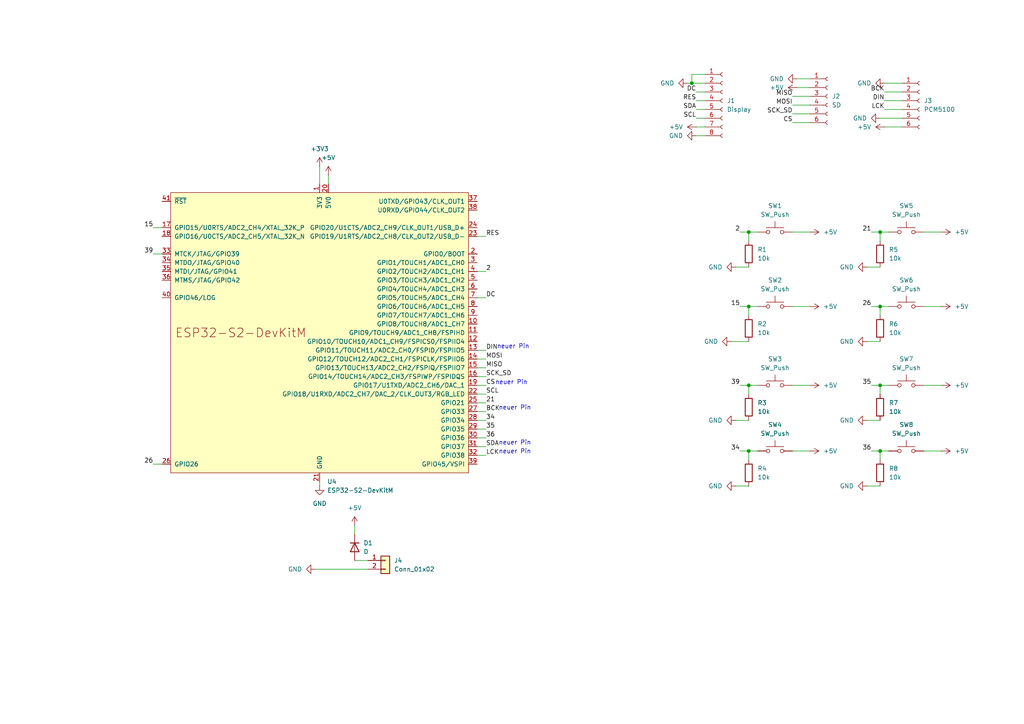
<source format=kicad_sch>
(kicad_sch (version 20231120) (generator "eeschema") (generator_version "8.0")
  (paper "A4")
  (title_block (title "Game Console") (date "2024-06-06") (rev "Rev. 1") (company "JensFZ"))
  (lib_symbols
    (symbol "Connector:Conn_01x06_Socket" (pin_names (offset 1.016) hide)
      (property "Reference" "J" (at 0 7.62 0))
      (property "Value" "Conn_01x06_Socket" (at 0 -10.16 0))
      (symbol "Conn_01x06_Socket_1_1"
        (arc (start 0 -7.112) (mid -0.5058 -7.62) (end 0 -8.128) (stroke (width 0.1524)))
        (arc (start 0 -4.572) (mid -0.5058 -5.08) (end 0 -5.588) (stroke (width 0.1524)))
        (arc (start 0 -2.032) (mid -0.5058 -2.54) (end 0 -3.048) (stroke (width 0.1524)))
        (polyline (pts (xy -1.27 -7.62) (xy -0.508 -7.62)) (stroke (width 0.1524)))
        (polyline (pts (xy -1.27 -5.08) (xy -0.508 -5.08)) (stroke (width 0.1524)))
        (polyline (pts (xy -1.27 -2.54) (xy -0.508 -2.54)) (stroke (width 0.1524)))
        (polyline (pts (xy -1.27 0) (xy -0.508 0)) (stroke (width 0.1524)))
        (polyline (pts (xy -1.27 2.54) (xy -0.508 2.54)) (stroke (width 0.1524)))
        (polyline (pts (xy -1.27 5.08) (xy -0.508 5.08)) (stroke (width 0.1524)))
        (arc (start 0 0.508) (mid -0.5058 0) (end 0 -0.508) (stroke (width 0.1524)))
        (arc (start 0 3.048) (mid -0.5058 2.54) (end 0 2.032) (stroke (width 0.1524)))
        (arc (start 0 5.588) (mid -0.5058 5.08) (end 0 4.572) (stroke (width 0.1524)))
        (pin passive line (at -5.08 5.08 0) (length 3.81) (name "Pin_1") (number "1"))
        (pin passive line (at -5.08 2.54 0) (length 3.81) (name "Pin_2") (number "2"))
        (pin passive line (at -5.08 0 0) (length 3.81) (name "Pin_3") (number "3"))
        (pin passive line (at -5.08 -2.54 0) (length 3.81) (name "Pin_4") (number "4"))
        (pin passive line (at -5.08 -5.08 0) (length 3.81) (name "Pin_5") (number "5"))
        (pin passive line (at -5.08 -7.62 0) (length 3.81) (name "Pin_6") (number "6"))
      )
    )
    (symbol "Connector:Conn_01x08_Socket" (pin_names (offset 1.016) hide)
      (property "Reference" "J" (at 0 10.16 0))
      (property "Value" "Conn_01x08_Socket" (at 0 -12.7 0))
      (symbol "Conn_01x08_Socket_1_1"
        (arc (start 0 -9.652) (mid -0.5058 -10.16) (end 0 -10.668) (stroke (width 0.1524)))
        (arc (start 0 -7.112) (mid -0.5058 -7.62) (end 0 -8.128) (stroke (width 0.1524)))
        (arc (start 0 -4.572) (mid -0.5058 -5.08) (end 0 -5.588) (stroke (width 0.1524)))
        (arc (start 0 -2.032) (mid -0.5058 -2.54) (end 0 -3.048) (stroke (width 0.1524)))
        (polyline (pts (xy -1.27 -10.16) (xy -0.508 -10.16)) (stroke (width 0.1524)))
        (polyline (pts (xy -1.27 -7.62) (xy -0.508 -7.62)) (stroke (width 0.1524)))
        (polyline (pts (xy -1.27 -5.08) (xy -0.508 -5.08)) (stroke (width 0.1524)))
        (polyline (pts (xy -1.27 -2.54) (xy -0.508 -2.54)) (stroke (width 0.1524)))
        (polyline (pts (xy -1.27 0) (xy -0.508 0)) (stroke (width 0.1524)))
        (polyline (pts (xy -1.27 2.54) (xy -0.508 2.54)) (stroke (width 0.1524)))
        (polyline (pts (xy -1.27 5.08) (xy -0.508 5.08)) (stroke (width 0.1524)))
        (polyline (pts (xy -1.27 7.62) (xy -0.508 7.62)) (stroke (width 0.1524)))
        (arc (start 0 0.508) (mid -0.5058 0) (end 0 -0.508) (stroke (width 0.1524)))
        (arc (start 0 3.048) (mid -0.5058 2.54) (end 0 2.032) (stroke (width 0.1524)))
        (arc (start 0 5.588) (mid -0.5058 5.08) (end 0 4.572) (stroke (width 0.1524)))
        (arc (start 0 8.128) (mid -0.5058 7.62) (end 0 7.112) (stroke (width 0.1524)))
        (pin passive line (at -5.08 7.62 0) (length 3.81) (name "Pin_1") (number "1"))
        (pin passive line (at -5.08 5.08 0) (length 3.81) (name "Pin_2") (number "2"))
        (pin passive line (at -5.08 2.54 0) (length 3.81) (name "Pin_3") (number "3"))
        (pin passive line (at -5.08 0 0) (length 3.81) (name "Pin_4") (number "4"))
        (pin passive line (at -5.08 -2.54 0) (length 3.81) (name "Pin_5") (number "5"))
        (pin passive line (at -5.08 -5.08 0) (length 3.81) (name "Pin_6") (number "6"))
        (pin passive line (at -5.08 -7.62 0) (length 3.81) (name "Pin_7") (number "7"))
        (pin passive line (at -5.08 -10.16 0) (length 3.81) (name "Pin_8") (number "8"))
      )
    )
    (symbol "Connector_Generic:Conn_01x02" (pin_names (offset 1.016) hide)
      (property "Reference" "J" (at 0 2.54 0))
      (property "Value" "Conn_01x02" (at 0 -5.08 0))
      (symbol "Conn_01x02_1_1"
        (rectangle (start -1.27 -2.413) (end 0 -2.667) (stroke (width 0.1524)))
        (rectangle (start -1.27 0.127) (end 0 -0.127) (stroke (width 0.1524)))
        (rectangle (start -1.27 1.27) (end 1.27 -3.81) (stroke (width 0.254)) (fill (type background)))
        (pin passive line (at -5.08 0 0) (length 3.81) (name "Pin_1") (number "1"))
        (pin passive line (at -5.08 -2.54 0) (length 3.81) (name "Pin_2") (number "2"))
      )
    )
    (symbol "Device:D" (pin_numbers hide) (pin_names (offset 1.016) hide)
      (property "Reference" "D" (at 0 2.54 0))
      (property "Value" "D" (at 0 -2.54 0))
      (symbol "D_0_1"
        (polyline (pts (xy -1.27 1.27) (xy -1.27 -1.27)) (stroke (width 0.254)))
        (polyline (pts (xy 1.27 0) (xy -1.27 0)))
        (polyline (pts (xy 1.27 1.27) (xy 1.27 -1.27) (xy -1.27 0) (xy 1.27 1.27)) (stroke (width 0.254)))
      )
      (symbol "D_1_1"
        (pin passive line (at -3.81 0 0) (length 2.54) (name "K") (number "1"))
        (pin passive line (at 3.81 0 180) (length 2.54) (name "A") (number "2"))
      )
    )
    (symbol "Device:R" (pin_numbers hide) (pin_names (offset 0))
      (property "Reference" "R" (at 2.032 0 90))
      (property "Value" "R" (at 0 0 90))
      (symbol "R_0_1"
        (rectangle (start -1.016 -2.54) (end 1.016 2.54) (stroke (width 0.254)))
      )
      (symbol "R_1_1"
        (pin passive line (at 0 3.81 270) (length 1.27) (name "~") (number "1"))
        (pin passive line (at 0 -3.81 90) (length 1.27) (name "~") (number "2"))
      )
    )
    (symbol "PCM_Espressif:ESP32-S2-DevKitM" (pin_names (offset 1.016))
      (property "Reference" "U" (at -43.18 45.72 0))
      (property "Value" "ESP32-S2-DevKitM" (at -43.18 43.18 0))
      (symbol "ESP32-S2-DevKitM_0_1"
        (rectangle (start -43.18 40.64) (end 43.18 -40.64) (fill (type background)))
      )
      (symbol "ESP32-S2-DevKitM_1_1"
        (text "ESP32-S2-DevKitM" (at -22.86 0 0) (effects (font (size 2.54 2.54))))
        (pin power_out line (at 0 43.18 270) (length 2.54) (name "3V3") (number "1"))
        (pin bidirectional line (at 45.72 2.54 180) (length 2.54) (name "GPIO8/TOUCH8/ADC1_CH7") (number "10"))
        (pin bidirectional line (at 45.72 0 180) (length 2.54) (name "GPIO9/TOUCH9/ADC1_CH8/FSPIHD") (number "11"))
        (pin bidirectional line (at 45.72 -2.54 180) (length 2.54) (name "GPIO10/TOUCH10/ADC1_CH9/FSPICS0/FSPIIO4") (number "12"))
        (pin bidirectional line (at 45.72 -5.08 180) (length 2.54) (name "GPIO11/TOUCH11/ADC2_CH0/FSPID/FSPIIO5") (number "13"))
        (pin bidirectional line (at 45.72 -7.62 180) (length 2.54) (name "GPIO12/TOUCH12/ADC2_CH1/FSPICLK/FSPIIO6") (number "14"))
        (pin bidirectional line (at 45.72 -10.16 180) (length 2.54) (name "GPIO13/TOUCH13/ADC2_CH2/FSPIQ/FSPIIO7") (number "15"))
        (pin bidirectional line (at 45.72 -12.7 180) (length 2.54) (name "GPIO14/TOUCH14/ADC2_CH3/FSPIWP/FSPIDQS") (number "16"))
        (pin bidirectional line (at -45.72 30.48 0) (length 2.54) (name "GPIO15/U0RTS/ADC2_CH4/XTAL_32K_P") (number "17"))
        (pin bidirectional line (at -45.72 27.94 0) (length 2.54) (name "GPIO16/U0CTS/ADC2_CH5/XTAL_32K_N") (number "18"))
        (pin bidirectional line (at 45.72 -15.24 180) (length 2.54) (name "GPIO17/U1TXD/ADC2_CH6/DAC_1") (number "19"))
        (pin bidirectional line (at 45.72 22.86 180) (length 2.54) (name "GPIO0/BOOT") (number "2"))
        (pin power_in line (at 2.54 43.18 270) (length 2.54) (name "5V0") (number "20"))
        (pin power_in line (at 0 -43.18 90) (length 2.54) (name "GND") (number "21"))
        (pin bidirectional line (at 45.72 -17.78 180) (length 2.54) (name "GPIO18/U1RXD/ADC2_CH7/DAC_2/CLK_OUT3/RGB_LED") (number "22"))
        (pin bidirectional line (at 45.72 27.94 180) (length 2.54) (name "GPIO19/U1RTS/ADC2_CH8/CLK_OUT2/USB_D-") (number "23"))
        (pin bidirectional line (at 45.72 30.48 180) (length 2.54) (name "GPIO20/U1CTS/ADC2_CH9/CLK_OUT1/USB_D+") (number "24"))
        (pin bidirectional line (at 45.72 -20.32 180) (length 2.54) (name "GPIO21") (number "25"))
        (pin bidirectional line (at -45.72 -38.1 0) (length 2.54) (name "GPIO26") (number "26"))
        (pin bidirectional line (at 45.72 -22.86 180) (length 2.54) (name "GPIO33") (number "27"))
        (pin bidirectional line (at 45.72 -25.4 180) (length 2.54) (name "GPIO34") (number "28"))
        (pin bidirectional line (at 45.72 -27.94 180) (length 2.54) (name "GPIO35") (number "29"))
        (pin bidirectional line (at 45.72 20.32 180) (length 2.54) (name "GPIO1/TOUCH1/ADC1_CH0") (number "3"))
        (pin bidirectional line (at 45.72 -30.48 180) (length 2.54) (name "GPIO36") (number "30"))
        (pin bidirectional line (at 45.72 -33.02 180) (length 2.54) (name "GPIO37") (number "31"))
        (pin bidirectional line (at 45.72 -35.56 180) (length 2.54) (name "GPIO38") (number "32"))
        (pin bidirectional line (at -45.72 22.86 0) (length 2.54) (name "MTCK/JTAG/GPIO39") (number "33"))
        (pin bidirectional line (at -45.72 20.32 0) (length 2.54) (name "MTDO/JTAG/GPIO40") (number "34"))
        (pin bidirectional line (at -45.72 17.78 0) (length 2.54) (name "MTDI/JTAG/GPIO41") (number "35"))
        (pin bidirectional line (at -45.72 15.24 0) (length 2.54) (name "MTMS/JTAG/GPIO42") (number "36"))
        (pin bidirectional line (at 45.72 38.1 180) (length 2.54) (name "U0TXD/GPIO43/CLK_OUT1") (number "37"))
        (pin bidirectional line (at 45.72 35.56 180) (length 2.54) (name "U0RXD/GPIO44/CLK_OUT2") (number "38"))
        (pin bidirectional line (at 45.72 -38.1 180) (length 2.54) (name "GPIO45/VSPI") (number "39"))
        (pin bidirectional line (at 45.72 17.78 180) (length 2.54) (name "GPIO2/TOUCH2/ADC1_CH1") (number "4"))
        (pin input line (at -45.72 10.16 0) (length 2.54) (name "GPIO46/LOG") (number "40"))
        (pin input line (at -45.72 38.1 0) (length 2.54) (name "~{RST}") (number "41"))
        (pin passive line (at 0 -43.18 90) (length 2.54) hide (name "GND") (number "42"))
        (pin bidirectional line (at 45.72 15.24 180) (length 2.54) (name "GPIO3/TOUCH3/ADC1_CH2") (number "5"))
        (pin bidirectional line (at 45.72 12.7 180) (length 2.54) (name "GPIO4/TOUCH4/ADC1_CH3") (number "6"))
        (pin bidirectional line (at 45.72 10.16 180) (length 2.54) (name "GPIO5/TOUCH5/ADC1_CH4") (number "7"))
        (pin bidirectional line (at 45.72 7.62 180) (length 2.54) (name "GPIO6/TOUCH6/ADC1_CH5") (number "8"))
        (pin bidirectional line (at 45.72 5.08 180) (length 2.54) (name "GPIO7/TOUCH7/ADC1_CH6") (number "9"))
      )
    )
    (symbol "Switch:SW_Push" (pin_numbers hide) (pin_names (offset 1.016) hide)
      (property "Reference" "SW" (at 1.27 2.54 0))
      (property "Value" "SW_Push" (at 0 -1.524 0))
      (symbol "SW_Push_0_1"
        (circle (center -2.032 0) (radius 0.508))
        (polyline (pts (xy 0 1.27) (xy 0 3.048)))
        (polyline (pts (xy 2.54 1.27) (xy -2.54 1.27)))
        (circle (center 2.032 0) (radius 0.508))
        (pin passive line (at -5.08 0 0) (length 2.54) (name "1") (number "1"))
        (pin passive line (at 5.08 0 180) (length 2.54) (name "2") (number "2"))
      )
    )
    (symbol "power:+3V3" (power) (pin_numbers hide) (pin_names (offset 0) hide)
      (property "Value" "+3V3" (at 0 3.556 0))
      (symbol "+3V3_0_1"
        (polyline (pts (xy -0.762 1.27) (xy 0 2.54)))
        (polyline (pts (xy 0 0) (xy 0 2.54)))
        (polyline (pts (xy 0 2.54) (xy 0.762 1.27)))
      )
      (symbol "+3V3_1_1"
        (pin power_in line (at 0 0 90) (length 0) (name "~") (number "1"))
      )
    )
    (symbol "power:+5V" (power) (pin_numbers hide) (pin_names (offset 0) hide)
      (property "Value" "+5V" (at 0 3.556 0))
      (symbol "+5V_0_1"
        (polyline (pts (xy -0.762 1.27) (xy 0 2.54)))
        (polyline (pts (xy 0 0) (xy 0 2.54)))
        (polyline (pts (xy 0 2.54) (xy 0.762 1.27)))
      )
      (symbol "+5V_1_1"
        (pin power_in line (at 0 0 90) (length 0) (name "~") (number "1"))
      )
    )
    (symbol "power:GND" (power) (pin_numbers hide) (pin_names (offset 0) hide)
      (property "Value" "GND" (at 0 -3.81 0))
      (symbol "GND_0_1"
        (polyline (pts (xy 0 0) (xy 0 -1.27) (xy 1.27 -1.27) (xy 0 -2.54) (xy -1.27 -1.27) (xy 0 -1.27)))
      )
      (symbol "GND_1_1"
        (pin power_in line (at 0 0 270) (length 0) (name "~") (number "1"))
      )
    )
  )
  (junction (at 217.17 88.9))
  (junction (at 217.17 67.31))
  (junction (at 255.27 111.76))
  (junction (at 217.17 130.81))
  (junction (at 255.27 88.9))
  (junction (at 217.17 111.76))
  (junction (at 255.27 130.81))
  (junction (at 255.27 67.31))
  (junction (at 200.66 24.13))
  (wire (pts (xy 138.43 127) (xy 140.97 127)))
  (wire (pts (xy 138.43 132.08) (xy 140.97 132.08)))
  (wire (pts (xy 267.97 130.81) (xy 273.05 130.81)))
  (wire (pts (xy 255.27 130.81) (xy 257.81 130.81)))
  (wire (pts (xy 255.27 130.81) (xy 255.27 133.35)))
  (wire (pts (xy 138.43 78.74) (xy 140.97 78.74)))
  (wire (pts (xy 252.73 67.31) (xy 255.27 67.31)))
  (wire (pts (xy 251.46 140.97) (xy 255.27 140.97)))
  (wire (pts (xy 138.43 109.22) (xy 140.97 109.22)))
  (wire (pts (xy 217.17 67.31) (xy 219.71 67.31)))
  (wire (pts (xy 201.93 34.29) (xy 204.47 34.29)))
  (wire (pts (xy 231.14 25.4) (xy 234.95 25.4)))
  (wire (pts (xy 138.43 86.36) (xy 140.97 86.36)))
  (wire (pts (xy 252.73 88.9) (xy 255.27 88.9)))
  (wire (pts (xy 92.71 48.26) (xy 92.71 53.34)))
  (wire (pts (xy 44.45 134.62) (xy 46.99 134.62)))
  (wire (pts (xy 200.66 21.59) (xy 204.47 21.59)))
  (wire (pts (xy 138.43 124.46) (xy 140.97 124.46)))
  (wire (pts (xy 138.43 116.84) (xy 140.97 116.84)))
  (wire (pts (xy 44.45 73.66) (xy 46.99 73.66)))
  (wire (pts (xy 255.27 67.31) (xy 257.81 67.31)))
  (wire (pts (xy 138.43 101.6) (xy 140.97 101.6)))
  (wire (pts (xy 91.44 165.1) (xy 106.68 165.1)))
  (wire (pts (xy 255.27 67.31) (xy 255.27 69.85)))
  (wire (pts (xy 251.46 121.92) (xy 255.27 121.92)))
  (wire (pts (xy 201.93 26.67) (xy 204.47 26.67)))
  (wire (pts (xy 138.43 119.38) (xy 140.97 119.38)))
  (wire (pts (xy 229.87 67.31) (xy 234.95 67.31)))
  (wire (pts (xy 252.73 130.81) (xy 255.27 130.81)))
  (wire (pts (xy 217.17 111.76) (xy 219.71 111.76)))
  (wire (pts (xy 138.43 104.14) (xy 140.97 104.14)))
  (wire (pts (xy 214.63 88.9) (xy 217.17 88.9)))
  (wire (pts (xy 217.17 67.31) (xy 217.17 69.85)))
  (wire (pts (xy 229.87 30.48) (xy 234.95 30.48)))
  (wire (pts (xy 138.43 121.92) (xy 140.97 121.92)))
  (wire (pts (xy 214.63 130.81) (xy 217.17 130.81)))
  (wire (pts (xy 217.17 111.76) (xy 217.17 114.3)))
  (wire (pts (xy 256.54 31.75) (xy 261.62 31.75)))
  (wire (pts (xy 95.25 50.8) (xy 95.25 53.34)))
  (wire (pts (xy 138.43 129.54) (xy 140.97 129.54)))
  (wire (pts (xy 231.14 22.86) (xy 234.95 22.86)))
  (wire (pts (xy 201.93 36.83) (xy 204.47 36.83)))
  (wire (pts (xy 212.09 99.06) (xy 217.17 99.06)))
  (wire (pts (xy 201.93 39.37) (xy 204.47 39.37)))
  (wire (pts (xy 267.97 67.31) (xy 273.05 67.31)))
  (wire (pts (xy 251.46 77.47) (xy 255.27 77.47)))
  (wire (pts (xy 256.54 36.83) (xy 261.62 36.83)))
  (wire (pts (xy 229.87 35.56) (xy 234.95 35.56)))
  (wire (pts (xy 138.43 114.3) (xy 140.97 114.3)))
  (wire (pts (xy 201.93 29.21) (xy 204.47 29.21)))
  (wire (pts (xy 214.63 111.76) (xy 217.17 111.76)))
  (wire (pts (xy 200.66 21.59) (xy 200.66 24.13)))
  (wire (pts (xy 267.97 111.76) (xy 273.05 111.76)))
  (wire (pts (xy 229.87 88.9) (xy 234.95 88.9)))
  (wire (pts (xy 256.54 24.13) (xy 261.62 24.13)))
  (wire (pts (xy 213.36 77.47) (xy 217.17 77.47)))
  (wire (pts (xy 229.87 130.81) (xy 234.95 130.81)))
  (wire (pts (xy 229.87 111.76) (xy 234.95 111.76)))
  (wire (pts (xy 252.73 111.76) (xy 255.27 111.76)))
  (wire (pts (xy 44.45 66.04) (xy 46.99 66.04)))
  (wire (pts (xy 138.43 106.68) (xy 140.97 106.68)))
  (wire (pts (xy 229.87 27.94) (xy 234.95 27.94)))
  (wire (pts (xy 138.43 111.76) (xy 140.97 111.76)))
  (wire (pts (xy 201.93 31.75) (xy 204.47 31.75)))
  (wire (pts (xy 229.87 33.02) (xy 234.95 33.02)))
  (wire (pts (xy 256.54 26.67) (xy 261.62 26.67)))
  (wire (pts (xy 217.17 88.9) (xy 217.17 91.44)))
  (wire (pts (xy 256.54 29.21) (xy 261.62 29.21)))
  (wire (pts (xy 255.27 111.76) (xy 257.81 111.76)))
  (wire (pts (xy 213.36 140.97) (xy 217.17 140.97)))
  (wire (pts (xy 138.43 68.58) (xy 140.97 68.58)))
  (wire (pts (xy 267.97 88.9) (xy 273.05 88.9)))
  (wire (pts (xy 214.63 67.31) (xy 217.17 67.31)))
  (wire (pts (xy 217.17 130.81) (xy 219.71 130.81)))
  (wire (pts (xy 102.87 152.4) (xy 102.87 154.94)))
  (wire (pts (xy 255.27 34.29) (xy 261.62 34.29)))
  (wire (pts (xy 255.27 88.9) (xy 257.81 88.9)))
  (wire (pts (xy 92.71 139.7) (xy 92.71 140.97)))
  (wire (pts (xy 255.27 111.76) (xy 255.27 114.3)))
  (wire (pts (xy 213.36 121.92) (xy 217.17 121.92)))
  (wire (pts (xy 251.46 99.06) (xy 255.27 99.06)))
  (wire (pts (xy 199.39 24.13) (xy 200.66 24.13)))
  (wire (pts (xy 102.87 162.56) (xy 106.68 162.56)))
  (wire (pts (xy 217.17 130.81) (xy 217.17 133.35)))
  (wire (pts (xy 255.27 88.9) (xy 255.27 91.44)))
  (wire (pts (xy 200.66 24.13) (xy 204.47 24.13)))
  (wire (pts (xy 217.17 88.9) (xy 219.71 88.9)))
  (text "neuer Pin" (at 149.352 118.364 0) (effects (font (size 1.27 1.27))))
  (text "neuer Pin" (at 148.844 100.584 0) (effects (font (size 1.27 1.27))))
  (text "neuer Pin" (at 149.352 128.524 0) (effects (font (size 1.27 1.27))))
  (text "neuer Pin" (at 148.336 110.998 0) (effects (font (size 1.27 1.27))))
  (text "neuer Pin" (at 149.352 131.064 0) (effects (font (size 1.27 1.27))))
  (label "MISO" (at 229.87 27.94 180))
  (label "RES" (at 201.93 29.21 180))
  (label "MOSI" (at 229.87 30.48 180))
  (label "15" (at 214.63 88.9 180))
  (label "35" (at 140.97 124.46 0))
  (label "BCK" (at 256.54 26.67 180))
  (label "DC" (at 140.97 86.36 0))
  (label "LCK" (at 256.54 31.75 180))
  (label "SDA" (at 201.93 31.75 180))
  (label "21" (at 252.73 67.31 180))
  (label "MOSI" (at 140.97 104.14 0))
  (label "SCL" (at 140.97 114.3 0))
  (label "34" (at 214.63 130.81 180))
  (label "MISO" (at 140.97 106.68 0))
  (label "CS" (at 229.87 35.56 180))
  (label "2" (at 214.63 67.31 180))
  (label "SCL" (at 201.93 34.29 180))
  (label "SDA" (at 140.97 129.54 0))
  (label "LCK" (at 140.97 132.08 0))
  (label "DIN" (at 256.54 29.21 180))
  (label "2" (at 140.97 78.74 0))
  (label "BCK" (at 140.97 119.38 0))
  (label "26" (at 44.45 134.62 180))
  (label "RES" (at 140.97 68.58 0))
  (label "34" (at 140.97 121.92 0))
  (label "36" (at 140.97 127 0))
  (label "36" (at 252.73 130.81 180))
  (label "26" (at 252.73 88.9 180))
  (label "15" (at 44.45 66.04 180))
  (label "21" (at 140.97 116.84 0))
  (label "39" (at 214.63 111.76 180))
  (label "DC" (at 201.93 26.67 180))
  (label "39" (at 44.45 73.66 180))
  (label "CS" (at 140.97 111.76 0))
  (label "35" (at 252.73 111.76 180))
  (label "SCK_SD" (at 229.87 33.02 180))
  (label "DIN" (at 140.97 101.6 0))
  (label "SCK_SD" (at 140.97 109.22 0))
  (symbol (lib_id "power:+5V") (at 95.25 50.8 0) (unit 1)
    (property "Reference" "#PWR027" (effects (hide yes)))
    (property "Value" "+5V" (at 95.25 45.72 0))
    (property "Description" "Power symbol creates a global label with name \"+5V\"" (effects (hide yes)))
  )
  (symbol (lib_id "power:+5V") (at 201.93 36.83 90) (unit 1)
    (property "Reference" "#PWR05" (effects (hide yes)))
    (property "Value" "+5V" (at 198.12 36.8299 90) (effects (justify left)))
    (property "Description" "Power symbol creates a global label with name \"+5V\"" (effects (hide yes)))
  )
  (symbol (lib_id "Connector_Generic:Conn_01x02") (at 111.76 162.56 0) (unit 1)
    (property "Reference" "J4" (at 114.3 162.5599 0) (effects (justify left)))
    (property "Value" "Conn_01x02" (at 114.3 165.0999 0) (effects (justify left)))
    (property "Footprint" "Connector_Wire:SolderWire-0.127sqmm_1x02_P3.7mm_D0.48mm_OD1mm" (effects (hide yes)))
    (property "Description" "Generic connector, single row, 01x02, script generated (kicad-library-utils/schlib/autogen/connector/)" (effects (hide yes)))
  )
  (symbol (lib_id "power:GND") (at 213.36 121.92 270) (unit 1)
    (property "Reference" "#PWR025" (effects (hide yes)))
    (property "Value" "GND" (at 209.55 121.9199 90) (effects (justify right)))
    (property "Description" "Power symbol creates a global label with name \"GND\" , ground" (effects (hide yes)))
  )
  (symbol (lib_id "power:GND") (at 92.71 140.97 0) (unit 1)
    (property "Reference" "#PWR02" (effects (hide yes)))
    (property "Value" "GND" (at 92.71 146.05 0))
    (property "Description" "Power symbol creates a global label with name \"GND\" , ground" (effects (hide yes)))
  )
  (symbol (lib_id "power:GND") (at 199.39 24.13 270) (unit 1)
    (property "Reference" "#PWR06" (effects (hide yes)))
    (property "Value" "GND" (at 195.58 24.1299 90) (effects (justify right)))
    (property "Description" "Power symbol creates a global label with name \"GND\" , ground" (effects (hide yes)))
  )
  (symbol (lib_id "Connector:Conn_01x06_Socket") (at 240.03 27.94 0) (unit 1)
    (property "Reference" "J2" (at 241.3 27.9399 0) (effects (justify left)))
    (property "Value" "SD" (at 241.3 30.4799 0) (effects (justify left)))
    (property "Footprint" "Connector_PinHeader_2.54mm:PinHeader_1x06_P2.54mm_Vertical" (effects (hide yes)))
    (property "Description" "Generic connector, single row, 01x06, script generated" (effects (hide yes)))
  )
  (symbol (lib_id "power:+5V") (at 256.54 36.83 90) (unit 1)
    (property "Reference" "#PWR017" (effects (hide yes)))
    (property "Value" "+5V" (at 252.73 36.8299 90) (effects (justify left)))
    (property "Description" "Power symbol creates a global label with name \"+5V\"" (effects (hide yes)))
  )
  (symbol (lib_id "Switch:SW_Push") (at 224.79 88.9 0) (unit 1)
    (property "Reference" "SW2" (at 224.79 81.28 0))
    (property "Value" "SW_Push" (at 224.79 83.82 0))
    (property "Footprint" "Button_Switch_THT:SW_PUSH_6mm_H4.3mm" (effects (hide yes)))
    (property "Description" "Push button switch, generic, two pins" (effects (hide yes)))
  )
  (symbol (lib_id "power:GND") (at 231.14 22.86 270) (unit 1)
    (property "Reference" "#PWR07" (effects (hide yes)))
    (property "Value" "GND" (at 227.33 22.8599 90) (effects (justify right)))
    (property "Description" "Power symbol creates a global label with name \"GND\" , ground" (effects (hide yes)))
  )
  (symbol (lib_id "power:GND") (at 251.46 121.92 270) (unit 1)
    (property "Reference" "#PWR022" (effects (hide yes)))
    (property "Value" "GND" (at 247.65 121.9199 90) (effects (justify right)))
    (property "Description" "Power symbol creates a global label with name \"GND\" , ground" (effects (hide yes)))
  )
  (symbol (lib_id "Device:R") (at 217.17 73.66 0) (unit 1)
    (property "Reference" "R1" (at 219.71 72.3899 0) (effects (justify left)))
    (property "Value" "10k" (at 219.71 74.9299 0) (effects (justify left)))
    (property "Footprint" "Resistor_THT:R_Axial_DIN0207_L6.3mm_D2.5mm_P10.16mm_Horizontal" (effects (hide yes)))
    (property "Description" "Resistor" (effects (hide yes)))
  )
  (symbol (lib_id "power:+5V") (at 234.95 88.9 270) (unit 1)
    (property "Reference" "#PWR010" (effects (hide yes)))
    (property "Value" "+5V" (at 238.76 88.8999 90) (effects (justify left)))
    (property "Description" "Power symbol creates a global label with name \"+5V\"" (effects (hide yes)))
  )
  (symbol (lib_id "power:+5V") (at 273.05 88.9 270) (unit 1)
    (property "Reference" "#PWR014" (effects (hide yes)))
    (property "Value" "+5V" (at 276.86 88.8999 90) (effects (justify left)))
    (property "Description" "Power symbol creates a global label with name \"+5V\"" (effects (hide yes)))
  )
  (symbol (lib_id "power:GND") (at 201.93 39.37 270) (unit 1)
    (property "Reference" "#PWR04" (effects (hide yes)))
    (property "Value" "GND" (at 198.12 39.3699 90) (effects (justify right)))
    (property "Description" "Power symbol creates a global label with name \"GND\" , ground" (effects (hide yes)))
  )
  (symbol (lib_id "Connector:Conn_01x06_Socket") (at 266.7 29.21 0) (unit 1)
    (property "Reference" "J3" (at 267.97 29.2099 0) (effects (justify left)))
    (property "Value" "PCM5100" (at 267.97 31.7499 0) (effects (justify left)))
    (property "Footprint" "Connector_PinHeader_2.54mm:PinHeader_1x06_P2.54mm_Vertical" (effects (hide yes)))
    (property "Description" "Generic connector, single row, 01x06, script generated" (effects (hide yes)))
  )
  (symbol (lib_id "power:GND") (at 251.46 77.47 270) (unit 1)
    (property "Reference" "#PWR020" (effects (hide yes)))
    (property "Value" "GND" (at 247.65 77.4699 90) (effects (justify right)))
    (property "Description" "Power symbol creates a global label with name \"GND\" , ground" (effects (hide yes)))
  )
  (symbol (lib_id "power:GND") (at 213.36 77.47 270) (unit 1)
    (property "Reference" "#PWR019" (effects (hide yes)))
    (property "Value" "GND" (at 209.55 77.4699 90) (effects (justify right)))
    (property "Description" "Power symbol creates a global label with name \"GND\" , ground" (effects (hide yes)))
  )
  (symbol (lib_id "power:GND") (at 251.46 99.06 270) (unit 1)
    (property "Reference" "#PWR021" (effects (hide yes)))
    (property "Value" "GND" (at 247.65 99.0599 90) (effects (justify right)))
    (property "Description" "Power symbol creates a global label with name \"GND\" , ground" (effects (hide yes)))
  )
  (symbol (lib_id "power:+5V") (at 234.95 130.81 270) (unit 1)
    (property "Reference" "#PWR012" (effects (hide yes)))
    (property "Value" "+5V" (at 238.76 130.8099 90) (effects (justify left)))
    (property "Description" "Power symbol creates a global label with name \"+5V\"" (effects (hide yes)))
  )
  (symbol (lib_id "Device:R") (at 217.17 137.16 0) (unit 1)
    (property "Reference" "R4" (at 219.71 135.8899 0) (effects (justify left)))
    (property "Value" "10k" (at 219.71 138.4299 0) (effects (justify left)))
    (property "Footprint" "Resistor_THT:R_Axial_DIN0207_L6.3mm_D2.5mm_P10.16mm_Horizontal" (effects (hide yes)))
    (property "Description" "Resistor" (effects (hide yes)))
  )
  (symbol (lib_id "power:+5V") (at 273.05 111.76 270) (unit 1)
    (property "Reference" "#PWR015" (effects (hide yes)))
    (property "Value" "+5V" (at 276.86 111.7599 90) (effects (justify left)))
    (property "Description" "Power symbol creates a global label with name \"+5V\"" (effects (hide yes)))
  )
  (symbol (lib_id "power:+5V") (at 273.05 67.31 270) (unit 1)
    (property "Reference" "#PWR013" (effects (hide yes)))
    (property "Value" "+5V" (at 276.86 67.3099 90) (effects (justify left)))
    (property "Description" "Power symbol creates a global label with name \"+5V\"" (effects (hide yes)))
  )
  (symbol (lib_id "Switch:SW_Push") (at 262.89 88.9 0) (unit 1)
    (property "Reference" "SW6" (at 262.89 81.28 0))
    (property "Value" "SW_Push" (at 262.89 83.82 0))
    (property "Footprint" "Button_Switch_THT:SW_PUSH_6mm_H4.3mm" (effects (hide yes)))
    (property "Description" "Push button switch, generic, two pins" (effects (hide yes)))
  )
  (symbol (lib_id "Switch:SW_Push") (at 224.79 111.76 0) (unit 1)
    (property "Reference" "SW3" (at 224.79 104.14 0))
    (property "Value" "SW_Push" (at 224.79 106.68 0))
    (property "Footprint" "Button_Switch_THT:SW_PUSH_6mm_H4.3mm" (effects (hide yes)))
    (property "Description" "Push button switch, generic, two pins" (effects (hide yes)))
  )
  (symbol (lib_id "Device:R") (at 217.17 95.25 0) (unit 1)
    (property "Reference" "R2" (at 219.71 93.9799 0) (effects (justify left)))
    (property "Value" "10k" (at 219.71 96.5199 0) (effects (justify left)))
    (property "Footprint" "Resistor_THT:R_Axial_DIN0207_L6.3mm_D2.5mm_P10.16mm_Horizontal" (effects (hide yes)))
    (property "Description" "Resistor" (effects (hide yes)))
  )
  (symbol (lib_id "power:GND") (at 91.44 165.1 270) (unit 1)
    (property "Reference" "#PWR01" (effects (hide yes)))
    (property "Value" "GND" (at 87.63 165.0999 90) (effects (justify right)))
    (property "Description" "Power symbol creates a global label with name \"GND\" , ground" (effects (hide yes)))
  )
  (symbol (lib_id "Device:R") (at 255.27 73.66 0) (unit 1)
    (property "Reference" "R5" (at 257.81 72.3899 0) (effects (justify left)))
    (property "Value" "10k" (at 257.81 74.9299 0) (effects (justify left)))
    (property "Footprint" "Resistor_THT:R_Axial_DIN0207_L6.3mm_D2.5mm_P10.16mm_Horizontal" (effects (hide yes)))
    (property "Description" "Resistor" (effects (hide yes)))
  )
  (symbol (lib_id "Switch:SW_Push") (at 224.79 67.31 0) (unit 1)
    (property "Reference" "SW1" (at 224.79 59.69 0))
    (property "Value" "SW_Push" (at 224.79 62.23 0))
    (property "Footprint" "Button_Switch_THT:SW_PUSH_6mm_H4.3mm" (effects (hide yes)))
    (property "Description" "Push button switch, generic, two pins" (effects (hide yes)))
  )
  (symbol (lib_id "power:GND") (at 256.54 24.13 270) (unit 1)
    (property "Reference" "#PWR034" (effects (hide yes)))
    (property "Value" "GND" (at 252.73 24.1299 90) (effects (justify right)))
    (property "Description" "Power symbol creates a global label with name \"GND\" , ground" (effects (hide yes)))
  )
  (symbol (lib_id "power:GND") (at 212.09 99.06 270) (unit 1)
    (property "Reference" "#PWR026" (effects (hide yes)))
    (property "Value" "GND" (at 208.28 99.0599 90) (effects (justify right)))
    (property "Description" "Power symbol creates a global label with name \"GND\" , ground" (effects (hide yes)))
  )
  (symbol (lib_id "power:+5V") (at 231.14 25.4 90) (unit 1)
    (property "Reference" "#PWR08" (effects (hide yes)))
    (property "Value" "+5V" (at 227.33 25.3999 90) (effects (justify left)))
    (property "Description" "Power symbol creates a global label with name \"+5V\"" (effects (hide yes)))
  )
  (symbol (lib_id "PCM_Espressif:ESP32-S2-DevKitM") (at 92.71 96.52 0) (unit 1)
    (property "Reference" "U4" (at 94.9041 139.7 0) (effects (justify left)))
    (property "Value" "ESP32-S2-DevKitM" (at 94.9041 142.24 0) (effects (justify left)))
    (property "Footprint" "PCM_Espressif:ESP32-S2-DevKitM" (effects (hide yes)))
    (property "Datasheet" "https://dl.espressif.com/dl/schematics/ESP32-S2-DevKitM-1_V1_Schematics.pdf" (effects (hide yes)))
    (property "Description" "Devboard based on ESP32-S2-MINI" (effects (hide yes)))
  )
  (symbol (lib_id "Device:D") (at 102.87 158.75 270) (unit 1)
    (property "Reference" "D1" (at 105.41 157.4799 90) (effects (justify left)))
    (property "Value" "D" (at 105.41 160.0199 90) (effects (justify left)))
    (property "Footprint" "Diode_THT:D_A-405_P10.16mm_Horizontal" (effects (hide yes)))
    (property "Description" "Diode" (effects (hide yes)))
    (property "Sim.Device" "D" (effects (hide yes)))
    (property "Sim.Pins" "1=K 2=A" (effects (hide yes)))
  )
  (symbol (lib_id "power:+5V") (at 102.87 152.4 0) (unit 1)
    (property "Reference" "#PWR03" (effects (hide yes)))
    (property "Value" "+5V" (at 102.87 147.32 0))
    (property "Description" "Power symbol creates a global label with name \"+5V\"" (effects (hide yes)))
  )
  (symbol (lib_id "power:+3V3") (at 92.71 48.26 0) (unit 1)
    (property "Reference" "#PWR033" (effects (hide yes)))
    (property "Value" "+3V3" (at 92.71 43.18 0))
    (property "Description" "Power symbol creates a global label with name \"+3V3\"" (effects (hide yes)))
  )
  (symbol (lib_id "Switch:SW_Push") (at 262.89 111.76 0) (unit 1)
    (property "Reference" "SW7" (at 262.89 104.14 0))
    (property "Value" "SW_Push" (at 262.89 106.68 0))
    (property "Footprint" "Button_Switch_THT:SW_PUSH_6mm_H4.3mm" (effects (hide yes)))
    (property "Description" "Push button switch, generic, two pins" (effects (hide yes)))
  )
  (symbol (lib_id "power:+5V") (at 273.05 130.81 270) (unit 1)
    (property "Reference" "#PWR016" (effects (hide yes)))
    (property "Value" "+5V" (at 276.86 130.8099 90) (effects (justify left)))
    (property "Description" "Power symbol creates a global label with name \"+5V\"" (effects (hide yes)))
  )
  (symbol (lib_id "power:GND") (at 251.46 140.97 270) (unit 1)
    (property "Reference" "#PWR023" (effects (hide yes)))
    (property "Value" "GND" (at 247.65 140.9699 90) (effects (justify right)))
    (property "Description" "Power symbol creates a global label with name \"GND\" , ground" (effects (hide yes)))
  )
  (symbol (lib_id "power:+5V") (at 234.95 111.76 270) (unit 1)
    (property "Reference" "#PWR011" (effects (hide yes)))
    (property "Value" "+5V" (at 238.76 111.7599 90) (effects (justify left)))
    (property "Description" "Power symbol creates a global label with name \"+5V\"" (effects (hide yes)))
  )
  (symbol (lib_id "Device:R") (at 255.27 137.16 0) (unit 1)
    (property "Reference" "R8" (at 257.81 135.8899 0) (effects (justify left)))
    (property "Value" "10k" (at 257.81 138.4299 0) (effects (justify left)))
    (property "Footprint" "Resistor_THT:R_Axial_DIN0207_L6.3mm_D2.5mm_P10.16mm_Horizontal" (effects (hide yes)))
    (property "Description" "Resistor" (effects (hide yes)))
  )
  (symbol (lib_id "Switch:SW_Push") (at 224.79 130.81 0) (unit 1)
    (property "Reference" "SW4" (at 224.79 123.19 0))
    (property "Value" "SW_Push" (at 224.79 125.73 0))
    (property "Footprint" "Button_Switch_THT:SW_PUSH_6mm_H4.3mm" (effects (hide yes)))
    (property "Description" "Push button switch, generic, two pins" (effects (hide yes)))
  )
  (symbol (lib_id "power:GND") (at 255.27 34.29 270) (unit 1)
    (property "Reference" "#PWR018" (effects (hide yes)))
    (property "Value" "GND" (at 251.46 34.2899 90) (effects (justify right)))
    (property "Description" "Power symbol creates a global label with name \"GND\" , ground" (effects (hide yes)))
  )
  (symbol (lib_id "power:GND") (at 213.36 140.97 270) (unit 1)
    (property "Reference" "#PWR024" (effects (hide yes)))
    (property "Value" "GND" (at 209.55 140.9699 90) (effects (justify right)))
    (property "Description" "Power symbol creates a global label with name \"GND\" , ground" (effects (hide yes)))
  )
  (symbol (lib_id "Device:R") (at 255.27 118.11 0) (unit 1)
    (property "Reference" "R7" (at 257.81 116.8399 0) (effects (justify left)))
    (property "Value" "10k" (at 257.81 119.3799 0) (effects (justify left)))
    (property "Footprint" "Resistor_THT:R_Axial_DIN0207_L6.3mm_D2.5mm_P10.16mm_Horizontal" (effects (hide yes)))
    (property "Description" "Resistor" (effects (hide yes)))
  )
  (symbol (lib_id "Switch:SW_Push") (at 262.89 130.81 0) (unit 1)
    (property "Reference" "SW8" (at 262.89 123.19 0))
    (property "Value" "SW_Push" (at 262.89 125.73 0))
    (property "Footprint" "Button_Switch_THT:SW_PUSH_6mm_H4.3mm" (effects (hide yes)))
    (property "Description" "Push button switch, generic, two pins" (effects (hide yes)))
  )
  (symbol (lib_id "Device:R") (at 255.27 95.25 0) (unit 1)
    (property "Reference" "R6" (at 257.81 93.9799 0) (effects (justify left)))
    (property "Value" "10k" (at 257.81 96.5199 0) (effects (justify left)))
    (property "Footprint" "Resistor_THT:R_Axial_DIN0207_L6.3mm_D2.5mm_P10.16mm_Horizontal" (effects (hide yes)))
    (property "Description" "Resistor" (effects (hide yes)))
  )
  (symbol (lib_id "Connector:Conn_01x08_Socket") (at 209.55 29.21 0) (unit 1)
    (property "Reference" "J1" (at 210.82 29.2099 0) (effects (justify left)))
    (property "Value" "Display" (at 210.82 31.7499 0) (effects (justify left)))
    (property "Footprint" "Connector_PinHeader_2.54mm:PinHeader_1x08_P2.54mm_Vertical" (effects (hide yes)))
    (property "Description" "Generic connector, single row, 01x08, script generated" (effects (hide yes)))
  )
  (symbol (lib_id "power:+5V") (at 234.95 67.31 270) (unit 1)
    (property "Reference" "#PWR09" (effects (hide yes)))
    (property "Value" "+5V" (at 238.76 67.3099 90) (effects (justify left)))
    (property "Description" "Power symbol creates a global label with name \"+5V\"" (effects (hide yes)))
  )
  (symbol (lib_id "Switch:SW_Push") (at 262.89 67.31 0) (unit 1)
    (property "Reference" "SW5" (at 262.89 59.69 0))
    (property "Value" "SW_Push" (at 262.89 62.23 0))
    (property "Footprint" "Button_Switch_THT:SW_PUSH_6mm_H4.3mm" (effects (hide yes)))
    (property "Description" "Push button switch, generic, two pins" (effects (hide yes)))
  )
  (symbol (lib_id "Device:R") (at 217.17 118.11 0) (unit 1)
    (property "Reference" "R3" (at 219.71 116.8399 0) (effects (justify left)))
    (property "Value" "10k" (at 219.71 119.3799 0) (effects (justify left)))
    (property "Footprint" "Resistor_THT:R_Axial_DIN0207_L6.3mm_D2.5mm_P10.16mm_Horizontal" (effects (hide yes)))
    (property "Description" "Resistor" (effects (hide yes)))
  )
)
</source>
